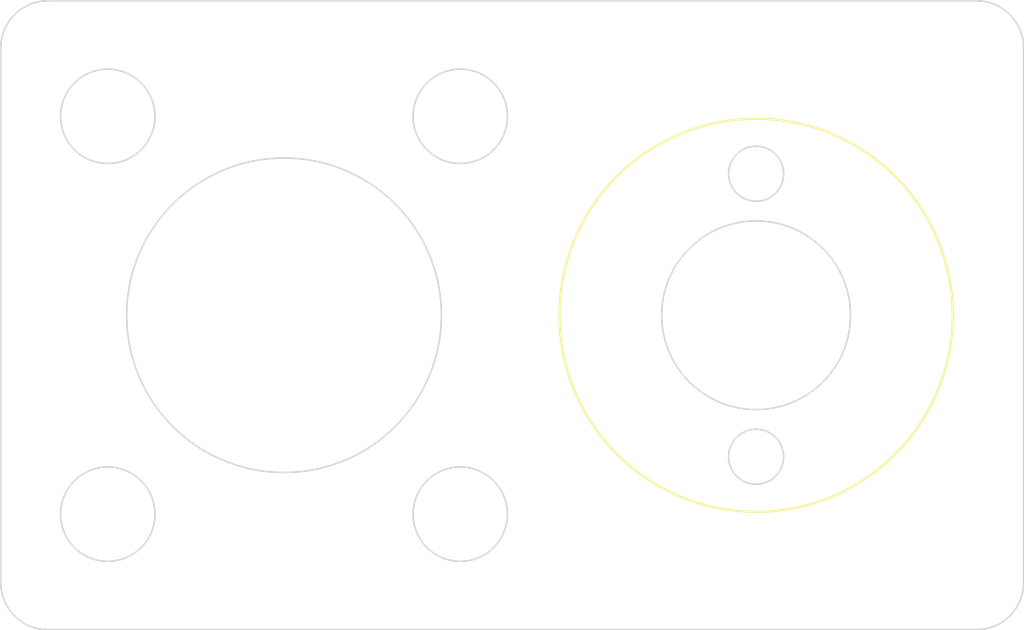
<source format=kicad_pcb>
(kicad_pcb (version 20221018) (generator pcbnew)

  (general
    (thickness 1.6)
  )

  (paper "A4")
  (layers
    (0 "F.Cu" signal)
    (31 "B.Cu" signal)
    (32 "B.Adhes" user "B.Adhesive")
    (33 "F.Adhes" user "F.Adhesive")
    (34 "B.Paste" user)
    (35 "F.Paste" user)
    (36 "B.SilkS" user "B.Silkscreen")
    (37 "F.SilkS" user "F.Silkscreen")
    (38 "B.Mask" user)
    (39 "F.Mask" user)
    (40 "Dwgs.User" user "User.Drawings")
    (41 "Cmts.User" user "User.Comments")
    (42 "Eco1.User" user "User.Eco1")
    (43 "Eco2.User" user "User.Eco2")
    (44 "Edge.Cuts" user)
    (45 "Margin" user)
    (46 "B.CrtYd" user "B.Courtyard")
    (47 "F.CrtYd" user "F.Courtyard")
    (48 "B.Fab" user)
    (49 "F.Fab" user)
    (50 "User.1" user)
    (51 "User.2" user)
    (52 "User.3" user)
    (53 "User.4" user)
    (54 "User.5" user)
    (55 "User.6" user)
    (56 "User.7" user)
    (57 "User.8" user)
    (58 "User.9" user)
  )

  (setup
    (pad_to_mask_clearance 0)
    (pcbplotparams
      (layerselection 0x00010fc_ffffffff)
      (plot_on_all_layers_selection 0x0000000_00000000)
      (disableapertmacros false)
      (usegerberextensions false)
      (usegerberattributes true)
      (usegerberadvancedattributes true)
      (creategerberjobfile true)
      (dashed_line_dash_ratio 12.000000)
      (dashed_line_gap_ratio 3.000000)
      (svgprecision 4)
      (plotframeref false)
      (viasonmask false)
      (mode 1)
      (useauxorigin false)
      (hpglpennumber 1)
      (hpglpenspeed 20)
      (hpglpendiameter 15.000000)
      (dxfpolygonmode true)
      (dxfimperialunits true)
      (dxfusepcbnewfont true)
      (psnegative false)
      (psa4output false)
      (plotreference true)
      (plotvalue true)
      (plotinvisibletext false)
      (sketchpadsonfab false)
      (subtractmaskfromsilk false)
      (outputformat 1)
      (mirror false)
      (drillshape 1)
      (scaleselection 1)
      (outputdirectory "")
    )
  )

  (net 0 "")

  (gr_circle (center 48 20) (end 60.5 20)
    (stroke (width 0.15) (type default)) (fill none) (layer "F.SilkS") (tstamp a7f0eb24-86eb-43bf-90c6-89f8e7d87eae))
  (gr_arc (start 3 40) (mid 0.878679 39.121321) (end 0 37)
    (stroke (width 0.1) (type default)) (layer "Edge.Cuts") (tstamp 1b6faf83-48ee-4955-9ff2-c44ac23d7098))
  (gr_circle (center 48 20) (end 54 20)
    (stroke (width 0.1) (type default)) (fill none) (layer "Edge.Cuts") (tstamp 26687972-4efd-464c-8407-529ecbab8173))
  (gr_circle (center 29.2 32.65) (end 32.2 32.65)
    (stroke (width 0.1) (type default)) (fill none) (layer "Edge.Cuts") (tstamp 2a50e304-bd90-406d-9dea-a731da3cdff8))
  (gr_circle (center 6.8 32.65) (end 9.8 32.65)
    (stroke (width 0.1) (type default)) (fill none) (layer "Edge.Cuts") (tstamp 2e56d67a-c00d-4771-95a3-33e0f4251de8))
  (gr_circle (center 48 11) (end 49.75 11)
    (stroke (width 0.1) (type default)) (fill none) (layer "Edge.Cuts") (tstamp 438885d2-c17f-4e92-a6a8-bf27aa66c514))
  (gr_arc (start 0 3) (mid 0.878679 0.878679) (end 3 0)
    (stroke (width 0.1) (type default)) (layer "Edge.Cuts") (tstamp 4b09dad3-0e58-454b-84ab-d883894058a3))
  (gr_circle (center 18 20) (end 28 20)
    (stroke (width 0.1) (type default)) (fill none) (layer "Edge.Cuts") (tstamp 4b87930c-9594-4b91-950e-bea3aa94bf5f))
  (gr_arc (start 65 37) (mid 64.121321 39.121321) (end 62 40)
    (stroke (width 0.1) (type default)) (layer "Edge.Cuts") (tstamp 506dfa3c-eaa4-459d-b724-66cdfabc2087))
  (gr_line (start 0 3) (end 0 37)
    (stroke (width 0.1) (type default)) (layer "Edge.Cuts") (tstamp 587aa5c2-ffcf-4d89-84c8-1ed2cbac251e))
  (gr_line (start 65 3) (end 65 37)
    (stroke (width 0.1) (type default)) (layer "Edge.Cuts") (tstamp 63c1da56-4a9b-4f8d-95ef-5227e4978eb6))
  (gr_circle (center 29.2 7.35) (end 32.2 7.35)
    (stroke (width 0.1) (type default)) (fill none) (layer "Edge.Cuts") (tstamp 7ed1a576-3209-48aa-b934-eaa6fdad0788))
  (gr_line (start 62 40) (end 3 40)
    (stroke (width 0.1) (type default)) (layer "Edge.Cuts") (tstamp 90f9baf3-2a86-45b6-975a-4a41bde638a3))
  (gr_arc (start 62 0) (mid 64.121321 0.878679) (end 65 3)
    (stroke (width 0.1) (type default)) (layer "Edge.Cuts") (tstamp 9f5303d3-a20e-43ab-95a4-919a0906be5f))
  (gr_circle (center 48 29) (end 49.75 29)
    (stroke (width 0.1) (type default)) (fill none) (layer "Edge.Cuts") (tstamp c81260cc-02a3-4902-9f6f-05853fab10cd))
  (gr_circle (center 6.8 7.35) (end 9.8 7.35)
    (stroke (width 0.1) (type default)) (fill none) (layer "Edge.Cuts") (tstamp f5a162ee-43b9-4a61-81b2-d4a9b796dc9d))
  (gr_line (start 3 0) (end 62 0)
    (stroke (width 0.1) (type default)) (layer "Edge.Cuts") (tstamp f86a72b8-8b5f-4e19-9148-f30ed12746fd))

)

</source>
